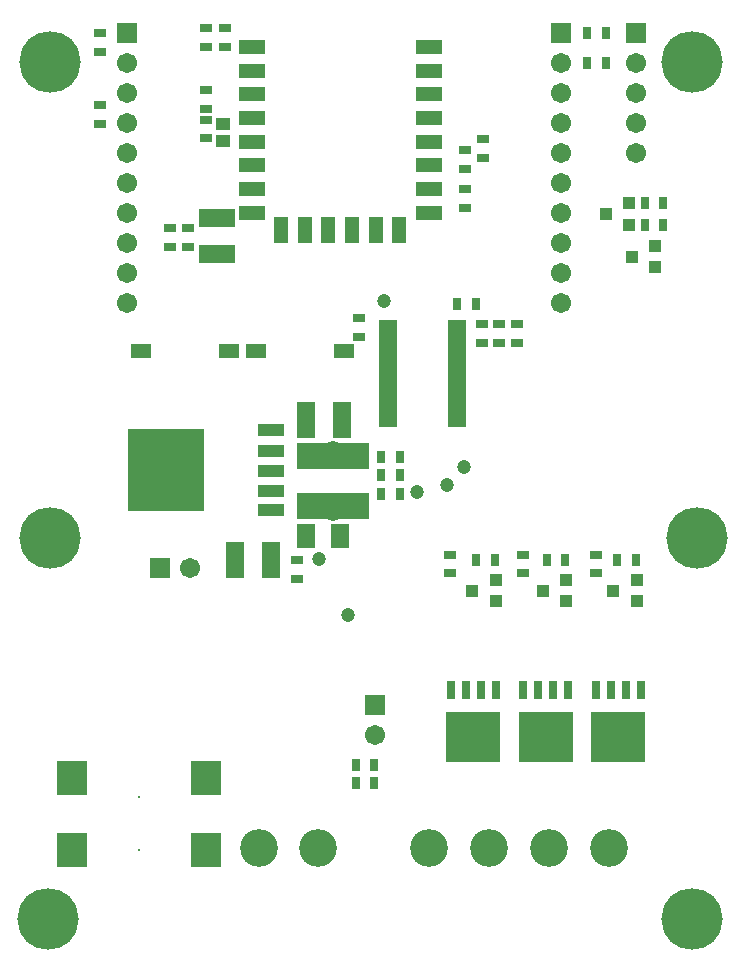
<source format=gts>
G04 Layer_Color=8388736*
%FSLAX25Y25*%
%MOIN*%
G70*
G01*
G75*
%ADD52R,0.10249X0.11824*%
%ADD53C,0.04737*%
%ADD54R,0.02768X0.04343*%
%ADD55R,0.04343X0.02768*%
%ADD56R,0.04343X0.03950*%
%ADD57R,0.03162X0.05918*%
%ADD58R,0.18162X0.16942*%
%ADD59R,0.05918X0.12414*%
%ADD60R,0.24422X0.08674*%
%ADD61R,0.06076X0.07887*%
%ADD62R,0.08674X0.04343*%
%ADD63R,0.25288X0.27808*%
%ADD64R,0.04737X0.08674*%
%ADD65R,0.08674X0.04737*%
%ADD66R,0.04540X0.04147*%
%ADD67R,0.06312X0.02572*%
%ADD68R,0.06800X0.04737*%
%ADD69R,0.12414X0.05918*%
%ADD70C,0.00800*%
%ADD71C,0.20485*%
%ADD72R,0.06706X0.06706*%
%ADD73C,0.06706*%
%ADD74C,0.06800*%
%ADD75R,0.06706X0.06706*%
%ADD76C,0.12611*%
D52*
X518504Y533268D02*
D03*
X563386D02*
D03*
Y509252D02*
D03*
X518504D02*
D03*
D53*
X610532Y587697D02*
D03*
X649311Y636811D02*
D03*
X643405Y630905D02*
D03*
X633465Y628445D02*
D03*
X622638Y692126D02*
D03*
X600984Y606102D02*
D03*
D54*
X621654Y634252D02*
D03*
X627874D02*
D03*
X659409Y606004D02*
D03*
X653189D02*
D03*
X619350Y537598D02*
D03*
X613130D02*
D03*
X619350Y531595D02*
D03*
X613130D02*
D03*
X706516Y606004D02*
D03*
X700295D02*
D03*
X682963D02*
D03*
X676742D02*
D03*
X627874Y627953D02*
D03*
X621654D02*
D03*
X621693Y640256D02*
D03*
X627913D02*
D03*
X709488Y724803D02*
D03*
X715709D02*
D03*
X715709Y717717D02*
D03*
X709488D02*
D03*
X646890Y691339D02*
D03*
X653110D02*
D03*
X696610Y781500D02*
D03*
X690390D02*
D03*
X696610Y771500D02*
D03*
X690390D02*
D03*
D55*
X693209Y601516D02*
D03*
Y607736D02*
D03*
X668947Y601516D02*
D03*
Y607736D02*
D03*
X644685Y601516D02*
D03*
Y607736D02*
D03*
X593504Y605965D02*
D03*
Y599744D02*
D03*
X666929Y678287D02*
D03*
Y684508D02*
D03*
X655118Y678287D02*
D03*
Y684508D02*
D03*
X661024Y678287D02*
D03*
Y684508D02*
D03*
X527953Y751221D02*
D03*
Y757441D02*
D03*
Y775236D02*
D03*
Y781457D02*
D03*
X563386Y746496D02*
D03*
Y752716D02*
D03*
X614173Y680354D02*
D03*
Y686575D02*
D03*
X569533Y783110D02*
D03*
Y776890D02*
D03*
X563386Y756390D02*
D03*
Y762610D02*
D03*
Y776890D02*
D03*
Y783110D02*
D03*
X649500Y723390D02*
D03*
Y729610D02*
D03*
X655500Y739890D02*
D03*
Y746110D02*
D03*
X649500Y742610D02*
D03*
Y736390D02*
D03*
X551181Y710276D02*
D03*
Y716496D02*
D03*
X557087D02*
D03*
Y710276D02*
D03*
D56*
X659842Y592126D02*
D03*
Y599213D02*
D03*
X651968Y595669D02*
D03*
X683366Y592126D02*
D03*
Y599213D02*
D03*
X675492Y595669D02*
D03*
X706890Y592126D02*
D03*
Y599213D02*
D03*
X699016Y595669D02*
D03*
X712992Y703543D02*
D03*
Y710630D02*
D03*
X705118Y707087D02*
D03*
X704331Y717717D02*
D03*
Y724803D02*
D03*
X696457Y721260D02*
D03*
D57*
X693189Y562649D02*
D03*
X698189D02*
D03*
X703189D02*
D03*
X708189D02*
D03*
X668976D02*
D03*
X673976D02*
D03*
X678976D02*
D03*
X683976D02*
D03*
X644764D02*
D03*
X649764D02*
D03*
X654764D02*
D03*
X659764D02*
D03*
D58*
X700689Y546949D02*
D03*
X676476D02*
D03*
X652264D02*
D03*
D59*
X608661Y652756D02*
D03*
X596654D02*
D03*
X584941Y605905D02*
D03*
X572933D02*
D03*
D60*
X605512Y640551D02*
D03*
Y624016D02*
D03*
D61*
X607992Y613779D02*
D03*
X596732D02*
D03*
D62*
X585039Y649114D02*
D03*
Y642421D02*
D03*
Y635728D02*
D03*
Y629035D02*
D03*
X584842Y622441D02*
D03*
D63*
X550000Y635827D02*
D03*
D64*
X588287Y715850D02*
D03*
X596161D02*
D03*
X604035D02*
D03*
X611909D02*
D03*
X619783D02*
D03*
X627658D02*
D03*
D65*
X637500Y721756D02*
D03*
X578445Y776874D02*
D03*
Y769000D02*
D03*
Y761126D02*
D03*
Y721756D02*
D03*
Y729630D02*
D03*
Y737504D02*
D03*
Y745378D02*
D03*
Y753252D02*
D03*
X637500Y729630D02*
D03*
Y737504D02*
D03*
Y745378D02*
D03*
Y753252D02*
D03*
Y761126D02*
D03*
Y769000D02*
D03*
Y776874D02*
D03*
D66*
X568898Y745472D02*
D03*
Y751378D02*
D03*
D67*
X623819Y684744D02*
D03*
Y682185D02*
D03*
Y679626D02*
D03*
Y677067D02*
D03*
Y674508D02*
D03*
Y671949D02*
D03*
Y669390D02*
D03*
Y666831D02*
D03*
Y664272D02*
D03*
Y661713D02*
D03*
Y659154D02*
D03*
Y656595D02*
D03*
Y654035D02*
D03*
Y651476D02*
D03*
X647047Y684744D02*
D03*
Y682185D02*
D03*
Y679626D02*
D03*
Y677067D02*
D03*
Y674508D02*
D03*
Y671949D02*
D03*
Y669390D02*
D03*
Y666831D02*
D03*
Y664272D02*
D03*
Y661713D02*
D03*
Y659154D02*
D03*
Y656595D02*
D03*
Y654035D02*
D03*
Y651476D02*
D03*
D68*
X609154Y675591D02*
D03*
X579823D02*
D03*
X541634D02*
D03*
X570965D02*
D03*
D69*
X566929Y720079D02*
D03*
Y708071D02*
D03*
D70*
X540945Y526968D02*
D03*
Y509252D02*
D03*
D71*
X511122Y613386D02*
D03*
X726968D02*
D03*
X725291Y486224D02*
D03*
X510732D02*
D03*
X725291Y772043D02*
D03*
X511122Y772047D02*
D03*
D72*
X619488Y557657D02*
D03*
X706500Y781500D02*
D03*
X681500D02*
D03*
X537000D02*
D03*
D73*
X619488Y547657D02*
D03*
X557756Y603150D02*
D03*
X706500Y741500D02*
D03*
Y751500D02*
D03*
Y761500D02*
D03*
Y771500D02*
D03*
X681500Y761500D02*
D03*
Y691500D02*
D03*
Y701500D02*
D03*
Y711500D02*
D03*
Y721500D02*
D03*
Y731500D02*
D03*
Y741500D02*
D03*
Y751500D02*
D03*
Y771500D02*
D03*
X537000Y761500D02*
D03*
Y691500D02*
D03*
Y701500D02*
D03*
Y711500D02*
D03*
Y721500D02*
D03*
Y731500D02*
D03*
Y741500D02*
D03*
Y751500D02*
D03*
Y771500D02*
D03*
D74*
X605512Y642283D02*
D03*
Y622284D02*
D03*
D75*
X547756Y603150D02*
D03*
D76*
X677539Y509941D02*
D03*
X657539D02*
D03*
X637539D02*
D03*
X697539D02*
D03*
X600689D02*
D03*
X581004D02*
D03*
M02*

</source>
